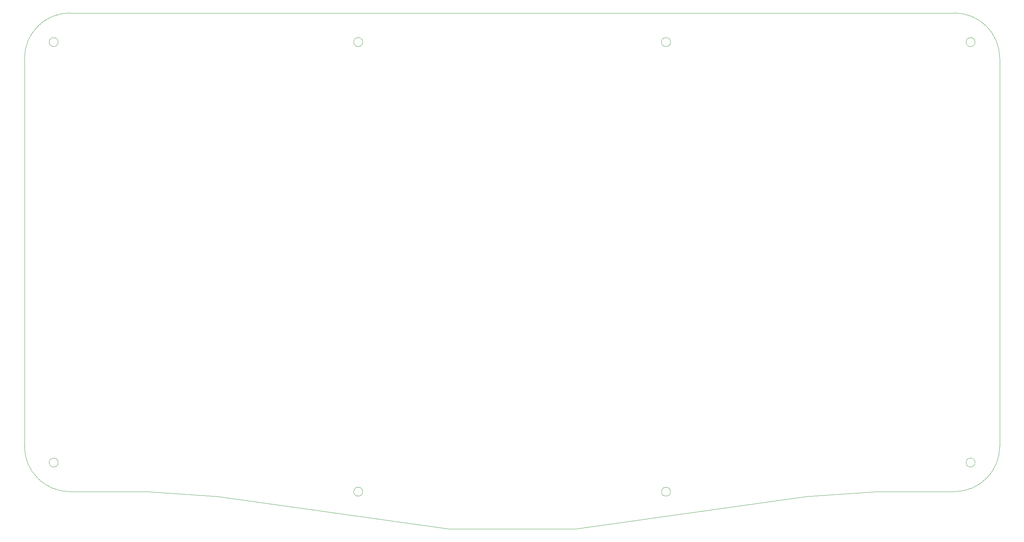
<source format=gbr>
G04 #@! TF.GenerationSoftware,KiCad,Pcbnew,(5.1.4)-1*
G04 #@! TF.CreationDate,2021-09-16T18:52:32-10:00*
G04 #@! TF.ProjectId,oya38split,6f796133-3873-4706-9c69-742e6b696361,rev?*
G04 #@! TF.SameCoordinates,Original*
G04 #@! TF.FileFunction,Profile,NP*
%FSLAX46Y46*%
G04 Gerber Fmt 4.6, Leading zero omitted, Abs format (unit mm)*
G04 Created by KiCad (PCBNEW (5.1.4)-1) date 2021-09-16 18:52:32*
%MOMM*%
%LPD*%
G04 APERTURE LIST*
%ADD10C,0.050000*%
G04 APERTURE END LIST*
D10*
X194775000Y-134937500D02*
G75*
G03X194775000Y-134937500I-1100000J0D01*
G01*
X119368750Y-134937500D02*
G75*
G03X119368750Y-134937500I-1100000J0D01*
G01*
X194775000Y-24606250D02*
G75*
G03X194775000Y-24606250I-1100000J0D01*
G01*
X119368750Y-24606250D02*
G75*
G03X119368750Y-24606250I-1100000J0D01*
G01*
X269387500Y-24606250D02*
G75*
G03X269387500Y-24606250I-1100000J0D01*
G01*
X269387500Y-127793750D02*
G75*
G03X269387500Y-127793750I-1100000J0D01*
G01*
X44756250Y-127793750D02*
G75*
G03X44756250Y-127793750I-1100000J0D01*
G01*
X44756250Y-24606250D02*
G75*
G03X44756250Y-24606250I-1100000J0D01*
G01*
X275431250Y-28575000D02*
X275431250Y-123825000D01*
X36512500Y-28575000D02*
X36512500Y-123825000D01*
X275431250Y-123825000D02*
G75*
G02X264318750Y-134937500I-11112500J0D01*
G01*
X264318750Y-17462500D02*
G75*
G02X275431250Y-28575000I0J-11112500D01*
G01*
X83875595Y-136146093D02*
X66675000Y-134937500D01*
X228068155Y-136146093D02*
X171474335Y-144099835D01*
X140469415Y-144099835D02*
X83875595Y-136146093D01*
X264318750Y-134937500D02*
X245268750Y-134937500D01*
X245268750Y-134937500D02*
X228068155Y-136146093D01*
X36512500Y-28575000D02*
G75*
G02X47625000Y-17462500I11112500J0D01*
G01*
X47625000Y-134937500D02*
G75*
G02X36512500Y-123825000I0J11112500D01*
G01*
X47625000Y-134937500D02*
X66675000Y-134937500D01*
X171474335Y-144099835D02*
X140469415Y-144099835D01*
X264318750Y-17462500D02*
X47625000Y-17462500D01*
M02*

</source>
